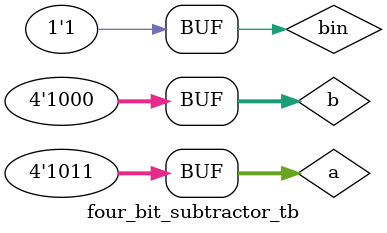
<source format=v>
module full_subtractor (
  input a,b,bin,
  output diff,bout); // diff is difference

  assign bout = (~a & b) | (~(a ^ b) & bin);
  assign diff = a ^ b ^ bin;
  
endmodule

module four_bit_subtractor 
 ( 
   input [3:0] a,b, 
   input bin,
   output [3:0] diff,
   output bout
 );
  
  wire b1,b2,b3; // internal borrow out of each full subtractor
  
  // Create a 4-bit subtractor by instantiating 4 full subtractor
  full_subtractor fs0 (.a(a[0]), .b(b[0]), .bin(bin), .bout(b1),   .diff(diff[0]));
  full_subtractor fs1 (.a(a[1]), .b(b[1]), .bin(b1),  .bout(b2),   .diff(diff[1]));
  full_subtractor fs2 (.a(a[2]), .b(b[2]), .bin(b2),  .bout(b3),   .diff(diff[2]));
  full_subtractor fs3 (.a(a[3]), .b(b[3]), .bin(b3),  .bout(bout), .diff(diff[3]));
  
endmodule 

module four_bit_subtractor_tb();
  
  reg [3:0] a,b;
  reg  bin;
  wire [3:0] diff;
  wire bout;
  
  four_bit_subtractor dut (.a(a), .b(b), .diff(diff), .bin(bin), .bout(bout));
  
  initial begin // test case for full substractor, examine for a,b,bin with different values
      a = 4'b1111; b = 4'b0000; bin = 1'b1; #1;
      a = 4'b1100; b = 4'b0011; bin = 1'b0; #1;
      a = 4'b1010; b = 4'b0111; bin = 1'b1; #1;
      a = 4'b1110; b = 4'b1000; bin = 1'b0; #1;
      a = 4'b1001; b = 4'b0110; bin = 1'b1; #1;
      a = 4'b1101; b = 4'b0110; bin = 1'b0; #1;
      a = 4'b1011; b = 4'b1000; bin = 1'b1; #1;
  end
  
  initial begin // monitor values and dump waveform
    $monitor ("[%0tns] a = %0d, b = %0d, bin = %0b, bout = %0b, diff = %0d",$time,a,b,bin,bout,diff);
    $dumpfile ("dump.vcd");
    $dumpvars(1);
  end
endmodule
</source>
